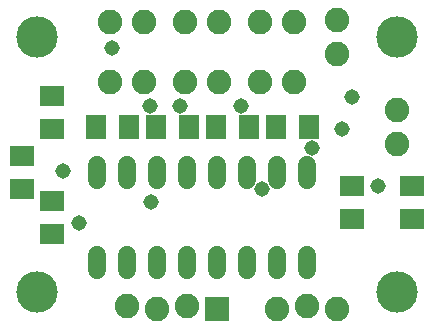
<source format=gts>
G75*
%MOIN*%
%OFA0B0*%
%FSLAX25Y25*%
%IPPOS*%
%LPD*%
%AMOC8*
5,1,8,0,0,1.08239X$1,22.5*
%
%ADD10C,0.13800*%
%ADD11C,0.08200*%
%ADD12R,0.08200X0.08200*%
%ADD13R,0.07887X0.07099*%
%ADD14R,0.07099X0.07887*%
%ADD15C,0.06000*%
%ADD16C,0.05156*%
D10*
X0498333Y0016000D03*
X0618333Y0016000D03*
X0618333Y0101000D03*
X0498333Y0101000D03*
D11*
X0522633Y0106000D03*
X0534033Y0106000D03*
X0547633Y0106000D03*
X0559033Y0106000D03*
X0572633Y0106000D03*
X0584033Y0106000D03*
X0598333Y0106700D03*
X0598333Y0095300D03*
X0584033Y0086000D03*
X0572633Y0086000D03*
X0559033Y0086000D03*
X0547633Y0086000D03*
X0534033Y0086000D03*
X0522633Y0086000D03*
X0618333Y0076700D03*
X0618333Y0065300D03*
X0588333Y0011500D03*
X0598333Y0010500D03*
X0578333Y0010500D03*
X0548333Y0011500D03*
X0538333Y0010500D03*
X0528333Y0011500D03*
D12*
X0558333Y0010500D03*
D13*
X0493333Y0050488D03*
X0503333Y0046512D03*
X0503333Y0035488D03*
X0603333Y0040488D03*
X0623333Y0040488D03*
X0623333Y0051512D03*
X0603333Y0051512D03*
X0503333Y0070488D03*
X0493333Y0061512D03*
X0503333Y0081512D03*
D14*
X0517822Y0071000D03*
X0528845Y0071000D03*
X0537822Y0071000D03*
X0548845Y0071000D03*
X0557822Y0071000D03*
X0568845Y0071000D03*
X0577822Y0071000D03*
X0588845Y0071000D03*
D15*
X0588333Y0058600D02*
X0588333Y0053400D01*
X0578333Y0053400D02*
X0578333Y0058600D01*
X0568333Y0058600D02*
X0568333Y0053400D01*
X0558333Y0053400D02*
X0558333Y0058600D01*
X0548333Y0058600D02*
X0548333Y0053400D01*
X0538333Y0053400D02*
X0538333Y0058600D01*
X0528333Y0058600D02*
X0528333Y0053400D01*
X0518333Y0053400D02*
X0518333Y0058600D01*
X0518333Y0028600D02*
X0518333Y0023400D01*
X0528333Y0023400D02*
X0528333Y0028600D01*
X0538333Y0028600D02*
X0538333Y0023400D01*
X0548333Y0023400D02*
X0548333Y0028600D01*
X0558333Y0028600D02*
X0558333Y0023400D01*
X0568333Y0023400D02*
X0568333Y0028600D01*
X0578333Y0028600D02*
X0578333Y0023400D01*
X0588333Y0023400D02*
X0588333Y0028600D01*
D16*
X0512333Y0039000D03*
X0536333Y0046000D03*
X0573333Y0050500D03*
X0611833Y0051500D03*
X0589833Y0064000D03*
X0599833Y0070500D03*
X0566333Y0078000D03*
X0545833Y0078000D03*
X0535833Y0078000D03*
X0603333Y0081000D03*
X0523333Y0097500D03*
X0506833Y0056500D03*
M02*

</source>
